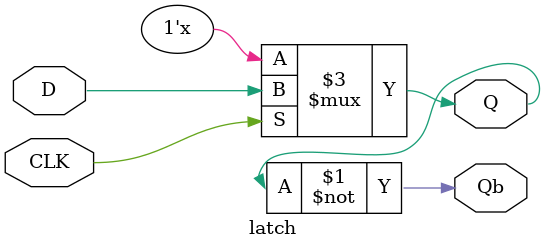
<source format=v>
module latch(CLK, D, Q, Qb);
input   CLK, D;     //input is wire type
output  Q, Qb;

reg Q;          //output is reg or wire type. 
assign Qb = ~Q;

//always CLK and D change, sensitivity list
always @ ( CLK or D ) 
    if  ( CLK )
        Q <= D; 
    //  else
    //  Q <= Q;     //  preserve

endmodule
</source>
